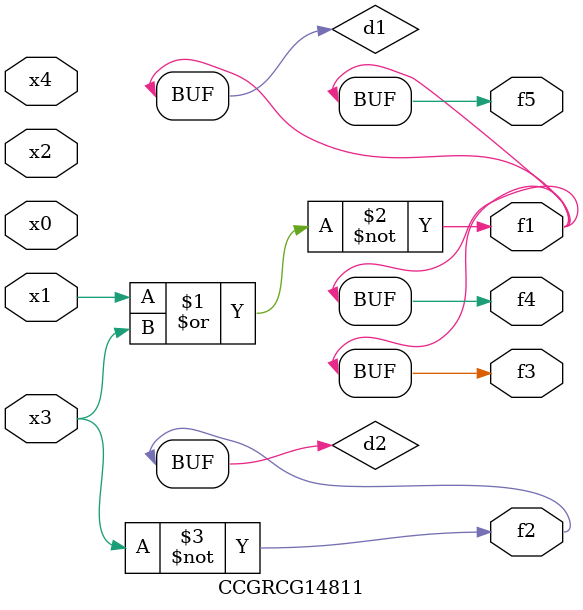
<source format=v>
module CCGRCG14811(
	input x0, x1, x2, x3, x4,
	output f1, f2, f3, f4, f5
);

	wire d1, d2;

	nor (d1, x1, x3);
	not (d2, x3);
	assign f1 = d1;
	assign f2 = d2;
	assign f3 = d1;
	assign f4 = d1;
	assign f5 = d1;
endmodule

</source>
